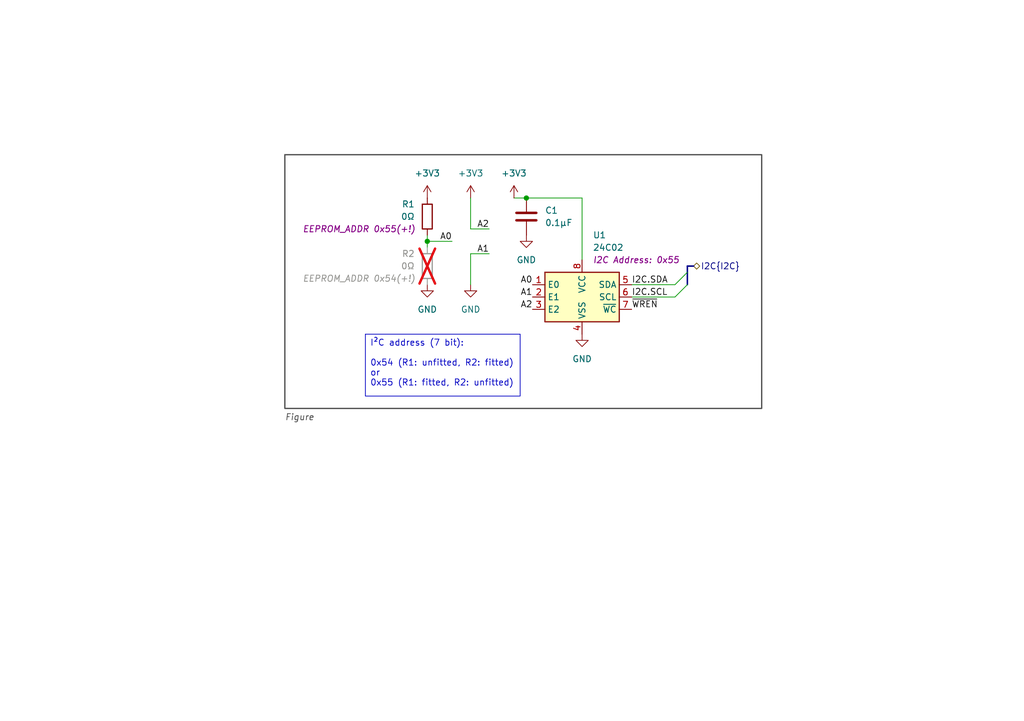
<source format=kicad_sch>
(kicad_sch (version 20231120) (generator "eeschema") (generator_version "8.0")
  (paper "A5")
  (title_block (title "KiVar Demo") (date "2024-07-11") (rev "0.3.0") (company "Author: Mark Hämmerling <dev@markh.de>") (comment 1 "https://github.com/markh-de/KiVar") (comment 4 "I²C Device Address Selection"))
  (lib_symbols
    (symbol "Device:C" (pin_numbers hide) (pin_names (offset 0.254))
      (property "Reference" "C" (at 0.635 2.54 0))
      (property "Value" "C" (at 0.635 -2.54 0))
      (symbol "C_0_1"
        (polyline (pts (xy -2.032 -0.762) (xy 2.032 -0.762)) (stroke (width 0.508)))
        (polyline (pts (xy -2.032 0.762) (xy 2.032 0.762)) (stroke (width 0.508)))
      )
      (symbol "C_1_1"
        (pin passive line (at 0 3.81 270) (length 2.794) (name "~") (number "1"))
        (pin passive line (at 0 -3.81 90) (length 2.794) (name "~") (number "2"))
      )
    )
    (symbol "Device:R" (pin_numbers hide) (pin_names (offset 0))
      (property "Reference" "R" (at 2.032 0 90))
      (property "Value" "R" (at 0 0 90))
      (symbol "R_0_1"
        (rectangle (start -1.016 -2.54) (end 1.016 2.54) (stroke (width 0.254)))
      )
      (symbol "R_1_1"
        (pin passive line (at 0 3.81 270) (length 1.27) (name "~") (number "1"))
        (pin passive line (at 0 -3.81 90) (length 1.27) (name "~") (number "2"))
      )
    )
    (symbol "Memory_EEPROM:M24C02-WDW"
      (property "Reference" "U" (at -6.35 6.35 0))
      (property "Value" "M24C02-WDW" (at 7.62 6.35 0))
      (symbol "M24C02-WDW_0_1"
        (rectangle (start -7.62 5.08) (end 7.62 -5.08) (stroke (width 0.254)) (fill (type background)))
      )
      (symbol "M24C02-WDW_1_1"
        (pin input line (at -10.16 2.54 0) (length 2.54) (name "E0") (number "1"))
        (pin input line (at -10.16 0 0) (length 2.54) (name "E1") (number "2"))
        (pin input line (at -10.16 -2.54 0) (length 2.54) (name "E2") (number "3"))
        (pin power_in line (at 0 -7.62 90) (length 2.54) (name "VSS") (number "4"))
        (pin bidirectional line (at 10.16 2.54 180) (length 2.54) (name "SDA") (number "5"))
        (pin input line (at 10.16 0 180) (length 2.54) (name "SCL") (number "6"))
        (pin input line (at 10.16 -2.54 180) (length 2.54) (name "~{WC}") (number "7"))
        (pin power_in line (at 0 7.62 270) (length 2.54) (name "VCC") (number "8"))
      )
    )
    (symbol "power:+3V3" (power) (pin_numbers hide) (pin_names (offset 0) hide)
      (property "Value" "+3V3" (at 0 3.556 0))
      (symbol "+3V3_0_1"
        (polyline (pts (xy -0.762 1.27) (xy 0 2.54)))
        (polyline (pts (xy 0 0) (xy 0 2.54)))
        (polyline (pts (xy 0 2.54) (xy 0.762 1.27)))
      )
      (symbol "+3V3_1_1"
        (pin power_in line (at 0 0 90) (length 0) (name "~") (number "1"))
      )
    )
    (symbol "power:GND" (power) (pin_names (offset 0))
      (property "Value" "GND" (at 0 -3.81 0))
      (symbol "GND_0_1"
        (polyline (pts (xy 0 0) (xy 0 -1.27) (xy 1.27 -1.27) (xy 0 -2.54) (xy -1.27 -1.27) (xy 0 -1.27)))
      )
      (symbol "GND_1_1"
        (pin power_in line (at 0 0 270) (length 0) hide (name "GND") (number "1"))
      )
    )
  )
  (junction (at 107.95 40.64))
  (junction (at 87.63 49.53))
  (bus_entry (at 140.97 55.88) (size -2.54 2.54))
  (bus_entry (at 140.97 58.42) (size -2.54 2.54))
  (wire (pts (xy 87.63 49.53) (xy 87.63 50.8)))
  (wire (pts (xy 87.63 48.26) (xy 87.63 49.53)))
  (wire (pts (xy 96.52 40.64) (xy 96.52 46.99)))
  (wire (pts (xy 96.52 46.99) (xy 100.33 46.99)))
  (wire (pts (xy 96.52 52.07) (xy 100.33 52.07)))
  (wire (pts (xy 138.43 58.42) (xy 129.54 58.42)))
  (wire (pts (xy 87.63 49.53) (xy 92.71 49.53)))
  (wire (pts (xy 105.41 40.64) (xy 107.95 40.64)))
  (wire (pts (xy 96.52 58.42) (xy 96.52 52.07)))
  (bus (pts (xy 140.97 54.61) (xy 140.97 55.88)))
  (wire (pts (xy 138.43 60.96) (xy 129.54 60.96)))
  (bus (pts (xy 140.97 55.88) (xy 140.97 58.42)))
  (wire (pts (xy 119.38 40.64) (xy 119.38 53.34)))
  (bus (pts (xy 142.24 54.61) (xy 140.97 54.61)))
  (wire (pts (xy 107.95 40.64) (xy 119.38 40.64)))
  (rectangle (start 58.42 31.75) (end 156.21 83.82) (stroke (width 0.254) (color 72 72 72 1)))
  (text_box "I²C address (7 bit):\n\n0x54 (${6b3c9e5e-6b0a-47b4-95c1-5b04e0623345:REFERENCE}: unfitted, ${3b6f2e16-d085-47da-9ab8-1a779fd78711:REFERENCE}: fitted)\nor\n0x55 (${6b3c9e5e-6b0a-47b4-95c1-5b04e0623345:REFERENCE}: fitted, ${3b6f2e16-d085-47da-9ab8-1a779fd78711:REFERENCE}: unfitted)" (at 74.93 68.58 0) (size 31.75 12.7) (effects (font (size 1.27 1.27)) (justify left top)))
  (text "Figure" (at 58.42 85.09 0) (effects (font (size 1.27 1.27) (italic yes)) (justify left top)))
  (label "A2" (at 109.22 63.5 180))
  (label "A1" (at 100.33 52.07 180))
  (label "I2C.SDA" (at 129.54 58.42 0))
  (label "~{WREN}" (at 129.54 63.5 0))
  (label "A1" (at 109.22 60.96 180))
  (label "I2C.SCL" (at 129.54 60.96 0))
  (label "A2" (at 100.33 46.99 180))
  (label "A0" (at 109.22 58.42 180))
  (label "A0" (at 92.71 49.53 180))
  (hierarchical_label "I2C{I2C}" (shape bidirectional) (at 142.24 54.61 0))
  (symbol (lib_id "Memory_EEPROM:M24C02-WDW") (at 119.38 60.96 0) (unit 1)
    (property "Reference" "U1" (at 121.5741 48.26 0) (effects (justify left)))
    (property "Value" "24C02" (at 121.5741 50.8 0) (effects (justify left)))
    (property "Footprint" "Package_SO:TSSOP-8_4.4x3mm_P0.65mm" (effects (hide yes)))
    (property "Datasheet" "https://fscdn.rohm.com/en/products/databook/datasheet/ic/memory/eeprom/br24g02-3-e.pdf" (effects (hide yes)))
    (property "I2C Address" "0x55" (at 121.5741 53.34 0) (show_name yes) (effects (font (italic yes)) (justify left)))
    (property "Var" "EEPROM_ADDR" (effects (hide yes)))
    (property "I2C Address.Var" "0x54(0x54) 0x55(0x55)" (effects (hide yes)))
    (property "VarID" "55" (effects (hide yes)))
    (property "VarID.Var" "0x54(54) 0x55(55)" (effects (hide yes)))
  )
  (symbol (lib_id "Device:R") (at 87.63 54.61 0) (mirror x) (unit 1) (in_bom no) (dnp yes)
    (property "Reference" "R2" (at 85.09 52.0699 0) (effects (justify right)))
    (property "Value" "0Ω" (at 85.09 54.6099 0) (effects (justify right)))
    (property "Footprint" "Resistor_SMD:R_0402_1005Metric" (effects (hide yes)))
    (property "Var" "EEPROM_ADDR 0x54(+!)" (at 85.09 57.1499 0) (effects (font (italic yes)) (justify right)))
  )
  (symbol (lib_id "power:GND") (at 107.95 48.26 0) (unit 1)
    (property "Reference" "#PWR04" (effects (hide yes)))
    (property "Value" "GND" (at 107.95 53.34 0))
  )
  (symbol (lib_id "Device:C") (at 107.95 44.45 0) (unit 1)
    (property "Reference" "C1" (at 111.76 43.1799 0) (effects (justify left)))
    (property "Value" "0.1µF" (at 111.76 45.7199 0) (effects (justify left)))
    (property "Footprint" "Capacitor_SMD:C_0402_1005Metric" (effects (hide yes)))
  )
  (symbol (lib_id "Device:R") (at 87.63 44.45 0) (mirror x) (unit 1)
    (property "Reference" "R1" (at 85.09 41.9099 0) (effects (justify right)))
    (property "Value" "0Ω" (at 85.09 44.4499 0) (effects (justify right)))
    (property "Footprint" "Resistor_SMD:R_0402_1005Metric" (effects (hide yes)))
    (property "Var" "EEPROM_ADDR 0x55(+!)" (at 85.09 46.9899 0) (effects (font (italic yes)) (justify right)))
  )
  (symbol (lib_id "power:GND") (at 87.63 58.42 0) (unit 1)
    (property "Reference" "#PWR05" (effects (hide yes)))
    (property "Value" "GND" (at 87.63 63.5 0))
  )
  (symbol (lib_id "power:+3V3") (at 87.63 40.64 0) (unit 1)
    (property "Reference" "#PWR01" (effects (hide yes)))
    (property "Value" "+3V3" (at 87.63 35.56 0))
    (property "Description" "Power symbol creates a global label with name \"+3V3\"" (effects (hide yes)))
  )
  (symbol (lib_id "power:GND") (at 96.52 58.42 0) (mirror y) (unit 1)
    (property "Reference" "#PWR06" (effects (hide yes)))
    (property "Value" "GND" (at 96.52 63.5 0))
  )
  (symbol (lib_id "power:+3V3") (at 96.52 40.64 0) (unit 1)
    (property "Reference" "#PWR02" (effects (hide yes)))
    (property "Value" "+3V3" (at 96.52 35.56 0))
    (property "Description" "Power symbol creates a global label with name \"+3V3\"" (effects (hide yes)))
  )
  (symbol (lib_id "power:GND") (at 119.38 68.58 0) (unit 1)
    (property "Reference" "#PWR07" (effects (hide yes)))
    (property "Value" "GND" (at 119.38 73.66 0))
  )
  (symbol (lib_id "power:+3V3") (at 105.41 40.64 0) (unit 1)
    (property "Reference" "#PWR03" (effects (hide yes)))
    (property "Value" "+3V3" (at 105.41 35.56 0))
    (property "Description" "Power symbol creates a global label with name \"+3V3\"" (effects (hide yes)))
  )
)
</source>
